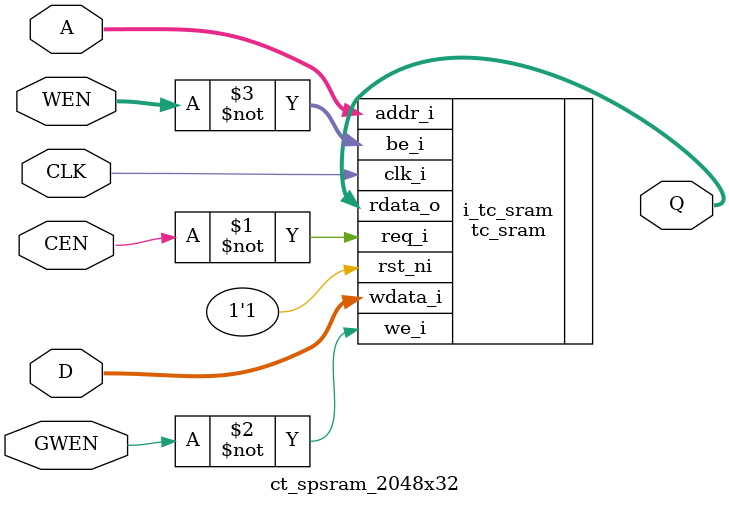
<source format=v>
/*Copyright 2019-2021 T-Head Semiconductor Co., Ltd.

Licensed under the Apache License, Version 2.0 (the "License");
you may not use this file except in compliance with the License.
You may obtain a copy of the License at

    http://www.apache.org/licenses/LICENSE-2.0

Unless required by applicable law or agreed to in writing, software
distributed under the License is distributed on an "AS IS" BASIS,
WITHOUT WARRANTIES OR CONDITIONS OF ANY KIND, either express or implied.
See the License for the specific language governing permissions and
limitations under the License.
*/

// &ModuleBeg; @22
module ct_spsram_2048x32(
  A,
  CEN,
  CLK,
  D,
  GWEN,
  Q,
  WEN
);

// &Ports; @23
input   [10:0]  A;   
input           CEN; 
input           CLK; 
input   [31:0]  D;   
input           GWEN; 
input   [31:0]  WEN; 
output  [31:0]  Q;   

// &Regs; @24

// &Wires; @25
wire    [10:0]  A;   
wire            CEN; 
wire            CLK; 
wire    [31:0]  D;   
wire            GWEN; 
wire    [31:0]  Q;   
wire    [31:0]  WEN; 


//**********************************************************
//                  Parameter Definition
//**********************************************************
parameter ADDR_WIDTH = 11;
parameter DATA_WIDTH = 32;
parameter WE_WIDTH   = 32;

// &Force("bus","Q",DATA_WIDTH-1,0); @34
// &Force("bus","WEN",WE_WIDTH-1,0); @35
// &Force("bus","A",ADDR_WIDTH-1,0); @36
// &Force("bus","D",DATA_WIDTH-1,0); @37

  //********************************************************
  //*                        FPGA memory                   *
  //********************************************************
  //{WEN[31:24],WEN[23:16],WEN[15:8],WEN[7:0]}
//   &Instance("ct_f_spsram_2048x32"); @44
tc_sram #(
  .NumWords   ( 1<<ADDR_WIDTH         ),
  .DataWidth  ( DATA_WIDTH            ),
  .ByteWidth  ( DATA_WIDTH/DATA_WIDTH ),
  .NumPorts   ( 32'd1 ),
  .Latency    ( 32'd1 ),
  .SimInit    ( "none"),
  .PrintSimCfg( 0     )
) i_tc_sram (
    .clk_i    ( CLK   ),
    .rst_ni   ( 1'b1  ),
    .req_i    ( ~CEN  ),
    .we_i     ( ~GWEN ),
    .be_i     ( ~WEN  ),
    .wdata_i  ( D     ),
    .addr_i   ( A     ),
    .rdata_o  ( Q     )
);

//   &Instance("ct_tsmc_spsram_2048x32"); @50

// &ModuleEnd; @66
endmodule



</source>
